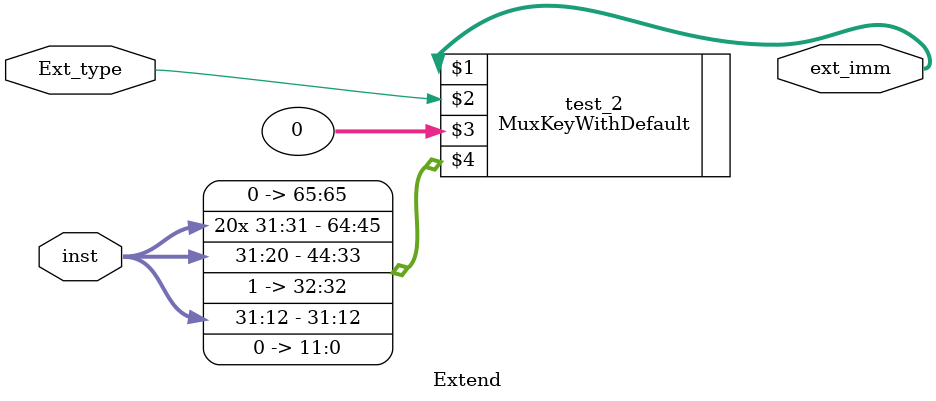
<source format=v>
module Extend(
    input  Ext_type,
    input [31:0] inst,
    output [31:0] ext_imm
);

MuxKeyWithDefault #(2,1,32) test_2 (ext_imm,Ext_type,32'b0,{
    1'b0, {{20{inst[31]}},inst[31:20]},
    1'b1, {inst[31:12], 12'b0}
});



endmodule
</source>
